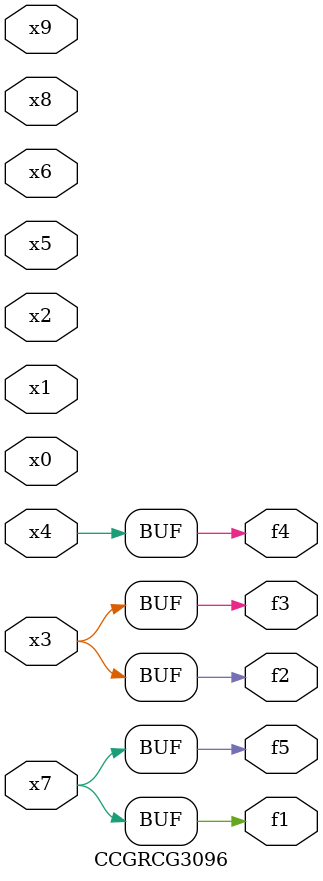
<source format=v>
module CCGRCG3096(
	input x0, x1, x2, x3, x4, x5, x6, x7, x8, x9,
	output f1, f2, f3, f4, f5
);
	assign f1 = x7;
	assign f2 = x3;
	assign f3 = x3;
	assign f4 = x4;
	assign f5 = x7;
endmodule

</source>
